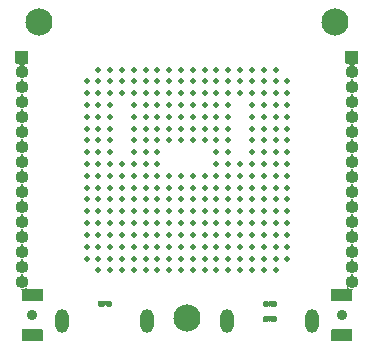
<source format=gbr>
G04 #@! TF.GenerationSoftware,KiCad,Pcbnew,5.1.7-a382d34a8~87~ubuntu18.04.1*
G04 #@! TF.CreationDate,2020-10-22T16:40:06+03:00*
G04 #@! TF.ProjectId,FreeSmart157AAC_29mm_module,46726565-536d-4617-9274-313537414143,rev?*
G04 #@! TF.SameCoordinates,Original*
G04 #@! TF.FileFunction,Soldermask,Top*
G04 #@! TF.FilePolarity,Negative*
%FSLAX46Y46*%
G04 Gerber Fmt 4.6, Leading zero omitted, Abs format (unit mm)*
G04 Created by KiCad (PCBNEW 5.1.7-a382d34a8~87~ubuntu18.04.1) date 2020-10-22 16:40:06*
%MOMM*%
%LPD*%
G01*
G04 APERTURE LIST*
%ADD10C,0.902000*%
%ADD11C,0.502000*%
%ADD12O,1.152000X2.002000*%
%ADD13O,1.102000X1.102000*%
%ADD14C,2.302000*%
%ADD15C,0.100000*%
G04 APERTURE END LIST*
D10*
X13100000Y-12300000D03*
X-13100000Y-12300000D03*
X13100000Y-12300000D03*
G36*
G01*
X13950000Y-11101000D02*
X12250000Y-11101000D01*
G75*
G02*
X12199000Y-11050000I0J51000D01*
G01*
X12199000Y-10150000D01*
G75*
G02*
X12250000Y-10099000I51000J0D01*
G01*
X13950000Y-10099000D01*
G75*
G02*
X14001000Y-10150000I0J-51000D01*
G01*
X14001000Y-11050000D01*
G75*
G02*
X13950000Y-11101000I-51000J0D01*
G01*
G37*
G36*
G01*
X13950000Y-14501000D02*
X12250000Y-14501000D01*
G75*
G02*
X12199000Y-14450000I0J51000D01*
G01*
X12199000Y-13550000D01*
G75*
G02*
X12250000Y-13499000I51000J0D01*
G01*
X13950000Y-13499000D01*
G75*
G02*
X14001000Y-13550000I0J-51000D01*
G01*
X14001000Y-14450000D01*
G75*
G02*
X13950000Y-14501000I-51000J0D01*
G01*
G37*
X-13100000Y-12300000D03*
G36*
G01*
X-12250000Y-11101000D02*
X-13950000Y-11101000D01*
G75*
G02*
X-14001000Y-11050000I0J51000D01*
G01*
X-14001000Y-10150000D01*
G75*
G02*
X-13950000Y-10099000I51000J0D01*
G01*
X-12250000Y-10099000D01*
G75*
G02*
X-12199000Y-10150000I0J-51000D01*
G01*
X-12199000Y-11050000D01*
G75*
G02*
X-12250000Y-11101000I-51000J0D01*
G01*
G37*
G36*
G01*
X-12250000Y-14501000D02*
X-13950000Y-14501000D01*
G75*
G02*
X-14001000Y-14450000I0J51000D01*
G01*
X-14001000Y-13550000D01*
G75*
G02*
X-13950000Y-13499000I51000J0D01*
G01*
X-12250000Y-13499000D01*
G75*
G02*
X-12199000Y-13550000I0J-51000D01*
G01*
X-12199000Y-14450000D01*
G75*
G02*
X-12250000Y-14501000I-51000J0D01*
G01*
G37*
D11*
X-7500000Y-8500000D03*
X-6500000Y-8500000D03*
X-5500000Y-8500000D03*
X-4500000Y-8500000D03*
X-3500000Y-8500000D03*
X-2500000Y-8500000D03*
X-1500000Y-8500000D03*
X-500000Y-8500000D03*
X500000Y-8500000D03*
X1500000Y-8500000D03*
X2500000Y-8500000D03*
X3500000Y-8500000D03*
X4500000Y-8500000D03*
X5500000Y-8500000D03*
X6500000Y-8500000D03*
X7500000Y-8500000D03*
X-8500000Y-7500000D03*
X-7500000Y-7500000D03*
X-6500000Y-7500000D03*
X-5500000Y-7500000D03*
X-4500000Y-7500000D03*
X-3500000Y-7500000D03*
X-2500000Y-7500000D03*
X-1500000Y-7500000D03*
X-500000Y-7500000D03*
X500000Y-7500000D03*
X1500000Y-7500000D03*
X2500000Y-7500000D03*
X3500000Y-7500000D03*
X4500000Y-7500000D03*
X5500000Y-7500000D03*
X6500000Y-7500000D03*
X7500000Y-7500000D03*
X8500000Y-7500000D03*
X-8500000Y-6500000D03*
X-7500000Y-6500000D03*
X-6500000Y-6500000D03*
X-5500000Y-6500000D03*
X-4500000Y-6500000D03*
X-3500000Y-6500000D03*
X-2500000Y-6500000D03*
X-1500000Y-6500000D03*
X-500000Y-6500000D03*
X500000Y-6500000D03*
X1500000Y-6500000D03*
X2500000Y-6500000D03*
X3500000Y-6500000D03*
X4500000Y-6500000D03*
X5500000Y-6500000D03*
X6500000Y-6500000D03*
X7500000Y-6500000D03*
X8500000Y-6500000D03*
X-8500000Y-5500000D03*
X-7500000Y-5500000D03*
X-6500000Y-5500000D03*
X-5500000Y-5500000D03*
X-4500000Y-5500000D03*
X-3500000Y-5500000D03*
X-2500000Y-5500000D03*
X-1500000Y-5500000D03*
X-500000Y-5500000D03*
X500000Y-5500000D03*
X1500000Y-5500000D03*
X2500000Y-5500000D03*
X3500000Y-5500000D03*
X4500000Y-5500000D03*
X5500000Y-5500000D03*
X6500000Y-5500000D03*
X7500000Y-5500000D03*
X8500000Y-5500000D03*
X-8500000Y-4500000D03*
X-7500000Y-4500000D03*
X-6500000Y-4500000D03*
X-5500000Y-4500000D03*
X-4500000Y-4500000D03*
X-3500000Y-4500000D03*
X-2500000Y-4500000D03*
X-1500000Y-4500000D03*
X-500000Y-4500000D03*
X500000Y-4500000D03*
X1500000Y-4500000D03*
X2500000Y-4500000D03*
X3500000Y-4500000D03*
X4500000Y-4500000D03*
X5500000Y-4500000D03*
X6500000Y-4500000D03*
X7500000Y-4500000D03*
X8500000Y-4500000D03*
X-8500000Y-3500000D03*
X-7500000Y-3500000D03*
X-6500000Y-3500000D03*
X-5500000Y-3500000D03*
X-4500000Y-3500000D03*
X-3500000Y-3500000D03*
X-2500000Y-3500000D03*
X-1500000Y-3500000D03*
X-500000Y-3500000D03*
X500000Y-3500000D03*
X1500000Y-3500000D03*
X2500000Y-3500000D03*
X3500000Y-3500000D03*
X4500000Y-3500000D03*
X5500000Y-3500000D03*
X6500000Y-3500000D03*
X7500000Y-3500000D03*
X8500000Y-3500000D03*
X-8500000Y-2500000D03*
X-7500000Y-2500000D03*
X-6500000Y-2500000D03*
X-5500000Y-2500000D03*
X-4500000Y-2500000D03*
X-3500000Y-2500000D03*
X-2500000Y-2500000D03*
X-1500000Y-2500000D03*
X-500000Y-2500000D03*
X500000Y-2500000D03*
X1500000Y-2500000D03*
X2500000Y-2500000D03*
X3500000Y-2500000D03*
X4500000Y-2500000D03*
X5500000Y-2500000D03*
X6500000Y-2500000D03*
X7500000Y-2500000D03*
X8500000Y-2500000D03*
X-8500000Y-1500000D03*
X-7500000Y-1500000D03*
X-6500000Y-1500000D03*
X-5500000Y-1500000D03*
X-4500000Y-1500000D03*
X-3500000Y-1500000D03*
X-2500000Y-1500000D03*
X-1500000Y-1500000D03*
X-500000Y-1500000D03*
X500000Y-1500000D03*
X1500000Y-1500000D03*
X2500000Y-1500000D03*
X3500000Y-1500000D03*
X4500000Y-1500000D03*
X5500000Y-1500000D03*
X6500000Y-1500000D03*
X7500000Y-1500000D03*
X8500000Y-1500000D03*
X-8500000Y-500000D03*
X-7500000Y-500000D03*
X-6500000Y-500000D03*
X-5500000Y-500000D03*
X-4500000Y-500000D03*
X-3500000Y-500000D03*
X-2500000Y-500000D03*
X-1500000Y-500000D03*
X-500000Y-500000D03*
X500000Y-500000D03*
X1500000Y-500000D03*
X2500000Y-500000D03*
X3500000Y-500000D03*
X4500000Y-500000D03*
X5500000Y-500000D03*
X6500000Y-500000D03*
X7500000Y-500000D03*
X8500000Y-500000D03*
X-8500000Y500000D03*
X-7500000Y500000D03*
X-6500000Y500000D03*
X-5500000Y500000D03*
X-4500000Y500000D03*
X-3500000Y500000D03*
X-2500000Y500000D03*
X2500000Y500000D03*
X3500000Y500000D03*
X4500000Y500000D03*
X5500000Y500000D03*
X6500000Y500000D03*
X7500000Y500000D03*
X8500000Y500000D03*
X-8500000Y1500000D03*
X-7500000Y1500000D03*
X-6500000Y1500000D03*
X-4500000Y1500000D03*
X-3500000Y1500000D03*
X-2500000Y1500000D03*
X2500000Y1500000D03*
X3500000Y1500000D03*
X5500000Y1500000D03*
X6500000Y1500000D03*
X7500000Y1500000D03*
X8500000Y1500000D03*
X-8500000Y2500000D03*
X-7500000Y2500000D03*
X-6500000Y2500000D03*
X-4500000Y2500000D03*
X-3500000Y2500000D03*
X-2500000Y2500000D03*
X-1500000Y2500000D03*
X-500000Y2500000D03*
X500000Y2500000D03*
X1500000Y2500000D03*
X2500000Y2500000D03*
X3500000Y2500000D03*
X5500000Y2500000D03*
X6500000Y2500000D03*
X7500000Y2500000D03*
X8500000Y2500000D03*
X-8500000Y3500000D03*
X-7500000Y3500000D03*
X-6500000Y3500000D03*
X-4500000Y3500000D03*
X-3500000Y3500000D03*
X-2500000Y3500000D03*
X-1500000Y3500000D03*
X-500000Y3500000D03*
X500000Y3500000D03*
X1500000Y3500000D03*
X2500000Y3500000D03*
X3500000Y3500000D03*
X5500000Y3500000D03*
X6500000Y3500000D03*
X7500000Y3500000D03*
X8500000Y3500000D03*
X-8500000Y4500000D03*
X-7500000Y4500000D03*
X-6500000Y4500000D03*
X-4500000Y4500000D03*
X-3500000Y4500000D03*
X-2500000Y4500000D03*
X-1500000Y4500000D03*
X-500000Y4500000D03*
X500000Y4500000D03*
X1500000Y4500000D03*
X2500000Y4500000D03*
X3500000Y4500000D03*
X5500000Y4500000D03*
X6500000Y4500000D03*
X7500000Y4500000D03*
X8500000Y4500000D03*
X-8500000Y5500000D03*
X-7500000Y5500000D03*
X-6500000Y5500000D03*
X-4500000Y5500000D03*
X-3500000Y5500000D03*
X-2500000Y5500000D03*
X-1500000Y5500000D03*
X-500000Y5500000D03*
X500000Y5500000D03*
X1500000Y5500000D03*
X2500000Y5500000D03*
X3500000Y5500000D03*
X5500000Y5500000D03*
X6500000Y5500000D03*
X7500000Y5500000D03*
X8500000Y5500000D03*
X-8500000Y6500000D03*
X-7500000Y6500000D03*
X-6500000Y6500000D03*
X-5500000Y6500000D03*
X-4500000Y6500000D03*
X-3500000Y6500000D03*
X-2500000Y6500000D03*
X-1500000Y6500000D03*
X-500000Y6500000D03*
X500000Y6500000D03*
X1500000Y6500000D03*
X2500000Y6500000D03*
X3500000Y6500000D03*
X4500000Y6500000D03*
X5500000Y6500000D03*
X6500000Y6500000D03*
X7500000Y6500000D03*
X8500000Y6500000D03*
X-8500000Y7500000D03*
X-7500000Y7500000D03*
X-6500000Y7500000D03*
X-5500000Y7500000D03*
X-4500000Y7500000D03*
X-3500000Y7500000D03*
X-2500000Y7500000D03*
X-1500000Y7500000D03*
X-500000Y7500000D03*
X500000Y7500000D03*
X1500000Y7500000D03*
X2500000Y7500000D03*
X3500000Y7500000D03*
X4500000Y7500000D03*
X5500000Y7500000D03*
X6500000Y7500000D03*
X7500000Y7500000D03*
X8500000Y7500000D03*
X-7500000Y8500000D03*
X-6500000Y8500000D03*
X-5500000Y8500000D03*
X-4500000Y8500000D03*
X-3500000Y8500000D03*
X-2500000Y8500000D03*
X-1500000Y8500000D03*
X-500000Y8500000D03*
X500000Y8500000D03*
X1500000Y8500000D03*
X2500000Y8500000D03*
X3500000Y8500000D03*
X4500000Y8500000D03*
X5500000Y8500000D03*
X6500000Y8500000D03*
X7500000Y8500000D03*
G36*
G01*
X7601000Y-11224500D02*
X7601000Y-11475500D01*
G75*
G02*
X7475500Y-11601000I-125500J0D01*
G01*
X7164500Y-11601000D01*
G75*
G02*
X7039000Y-11475500I0J125500D01*
G01*
X7039000Y-11224500D01*
G75*
G02*
X7164500Y-11099000I125500J0D01*
G01*
X7475500Y-11099000D01*
G75*
G02*
X7601000Y-11224500I0J-125500D01*
G01*
G37*
G36*
G01*
X6961000Y-11224500D02*
X6961000Y-11475500D01*
G75*
G02*
X6835500Y-11601000I-125500J0D01*
G01*
X6524500Y-11601000D01*
G75*
G02*
X6399000Y-11475500I0J125500D01*
G01*
X6399000Y-11224500D01*
G75*
G02*
X6524500Y-11099000I125500J0D01*
G01*
X6835500Y-11099000D01*
G75*
G02*
X6961000Y-11224500I0J-125500D01*
G01*
G37*
G36*
G01*
X-6349000Y-11194500D02*
X-6349000Y-11445500D01*
G75*
G02*
X-6474500Y-11571000I-125500J0D01*
G01*
X-6785500Y-11571000D01*
G75*
G02*
X-6911000Y-11445500I0J125500D01*
G01*
X-6911000Y-11194500D01*
G75*
G02*
X-6785500Y-11069000I125500J0D01*
G01*
X-6474500Y-11069000D01*
G75*
G02*
X-6349000Y-11194500I0J-125500D01*
G01*
G37*
G36*
G01*
X-6989000Y-11194500D02*
X-6989000Y-11445500D01*
G75*
G02*
X-7114500Y-11571000I-125500J0D01*
G01*
X-7425500Y-11571000D01*
G75*
G02*
X-7551000Y-11445500I0J125500D01*
G01*
X-7551000Y-11194500D01*
G75*
G02*
X-7425500Y-11069000I125500J0D01*
G01*
X-7114500Y-11069000D01*
G75*
G02*
X-6989000Y-11194500I0J-125500D01*
G01*
G37*
G36*
G01*
X7601000Y-12504500D02*
X7601000Y-12755500D01*
G75*
G02*
X7475500Y-12881000I-125500J0D01*
G01*
X7164500Y-12881000D01*
G75*
G02*
X7039000Y-12755500I0J125500D01*
G01*
X7039000Y-12504500D01*
G75*
G02*
X7164500Y-12379000I125500J0D01*
G01*
X7475500Y-12379000D01*
G75*
G02*
X7601000Y-12504500I0J-125500D01*
G01*
G37*
G36*
G01*
X6961000Y-12504500D02*
X6961000Y-12755500D01*
G75*
G02*
X6835500Y-12881000I-125500J0D01*
G01*
X6524500Y-12881000D01*
G75*
G02*
X6399000Y-12755500I0J125500D01*
G01*
X6399000Y-12504500D01*
G75*
G02*
X6524500Y-12379000I125500J0D01*
G01*
X6835500Y-12379000D01*
G75*
G02*
X6961000Y-12504500I0J-125500D01*
G01*
G37*
D12*
X-10560000Y-12757000D03*
X-3410000Y-12757000D03*
G36*
G01*
X13419000Y9025000D02*
X13419000Y10025000D01*
G75*
G02*
X13470000Y10076000I51000J0D01*
G01*
X14470000Y10076000D01*
G75*
G02*
X14521000Y10025000I0J-51000D01*
G01*
X14521000Y9025000D01*
G75*
G02*
X14470000Y8974000I-51000J0D01*
G01*
X13470000Y8974000D01*
G75*
G02*
X13419000Y9025000I0J51000D01*
G01*
G37*
D13*
X13970000Y8255000D03*
X13970000Y6985000D03*
X13970000Y5715000D03*
X13970000Y4445000D03*
X13970000Y3175000D03*
X13970000Y1905000D03*
X13970000Y635000D03*
X13970000Y-635000D03*
X13970000Y-1905000D03*
X13970000Y-3175000D03*
X13970000Y-4445000D03*
X13970000Y-5715000D03*
X13970000Y-6985000D03*
X13970000Y-8255000D03*
X13970000Y-9525000D03*
X-13970000Y-9525000D03*
X-13970000Y-8255000D03*
X-13970000Y-6985000D03*
X-13970000Y-5715000D03*
X-13970000Y-4445000D03*
X-13970000Y-3175000D03*
X-13970000Y-1905000D03*
X-13970000Y-635000D03*
X-13970000Y635000D03*
X-13970000Y1905000D03*
X-13970000Y3175000D03*
X-13970000Y4445000D03*
X-13970000Y5715000D03*
X-13970000Y6985000D03*
X-13970000Y8255000D03*
G36*
G01*
X-14521000Y9025000D02*
X-14521000Y10025000D01*
G75*
G02*
X-14470000Y10076000I51000J0D01*
G01*
X-13470000Y10076000D01*
G75*
G02*
X-13419000Y10025000I0J-51000D01*
G01*
X-13419000Y9025000D01*
G75*
G02*
X-13470000Y8974000I-51000J0D01*
G01*
X-14470000Y8974000D01*
G75*
G02*
X-14521000Y9025000I0J51000D01*
G01*
G37*
D14*
X12500000Y12500000D03*
X-12500000Y12500000D03*
X0Y-12500000D03*
D12*
X10560000Y-12757000D03*
X3410000Y-12757000D03*
D15*
G36*
X6892058Y-12377010D02*
G01*
X6910366Y-12378813D01*
X6910751Y-12378889D01*
X6922458Y-12382441D01*
X6922820Y-12382591D01*
X6941935Y-12392807D01*
X6964298Y-12402070D01*
X6987948Y-12406774D01*
X7012054Y-12406774D01*
X7035704Y-12402069D01*
X7058065Y-12392807D01*
X7077180Y-12382591D01*
X7077542Y-12382441D01*
X7089249Y-12378889D01*
X7089634Y-12378813D01*
X7107942Y-12377010D01*
X7108138Y-12377000D01*
X7164500Y-12377000D01*
X7166232Y-12378000D01*
X7166232Y-12380000D01*
X7164696Y-12380990D01*
X7140411Y-12383381D01*
X7117242Y-12390410D01*
X7095892Y-12401822D01*
X7077179Y-12417179D01*
X7061822Y-12435892D01*
X7050410Y-12457242D01*
X7043381Y-12480411D01*
X7041000Y-12504594D01*
X7041000Y-12755406D01*
X7043381Y-12779589D01*
X7050410Y-12802758D01*
X7061822Y-12824108D01*
X7077179Y-12842821D01*
X7095892Y-12858178D01*
X7117242Y-12869590D01*
X7140411Y-12876619D01*
X7164696Y-12879010D01*
X7166322Y-12880175D01*
X7166126Y-12882165D01*
X7164500Y-12883000D01*
X7108138Y-12883000D01*
X7107942Y-12882990D01*
X7089634Y-12881187D01*
X7089249Y-12881111D01*
X7077542Y-12877559D01*
X7077180Y-12877409D01*
X7058065Y-12867193D01*
X7035702Y-12857930D01*
X7012052Y-12853226D01*
X6987946Y-12853226D01*
X6964296Y-12857931D01*
X6941935Y-12867193D01*
X6922820Y-12877409D01*
X6922458Y-12877559D01*
X6910751Y-12881111D01*
X6910366Y-12881187D01*
X6892058Y-12882990D01*
X6891862Y-12883000D01*
X6835500Y-12883000D01*
X6833768Y-12882000D01*
X6833768Y-12880000D01*
X6835304Y-12879010D01*
X6859589Y-12876619D01*
X6882758Y-12869590D01*
X6904108Y-12858178D01*
X6922821Y-12842821D01*
X6938178Y-12824108D01*
X6949590Y-12802758D01*
X6956619Y-12779589D01*
X6959000Y-12755406D01*
X6959000Y-12504594D01*
X6956619Y-12480411D01*
X6949590Y-12457242D01*
X6938178Y-12435892D01*
X6922821Y-12417179D01*
X6904108Y-12401822D01*
X6882758Y-12390410D01*
X6859589Y-12383381D01*
X6835304Y-12380990D01*
X6833678Y-12379825D01*
X6833874Y-12377835D01*
X6835500Y-12377000D01*
X6891862Y-12377000D01*
X6892058Y-12377010D01*
G37*
G36*
X6892058Y-11097010D02*
G01*
X6910366Y-11098813D01*
X6910751Y-11098889D01*
X6922458Y-11102441D01*
X6922820Y-11102591D01*
X6941935Y-11112807D01*
X6964298Y-11122070D01*
X6987948Y-11126774D01*
X7012054Y-11126774D01*
X7035704Y-11122069D01*
X7058065Y-11112807D01*
X7077180Y-11102591D01*
X7077542Y-11102441D01*
X7089249Y-11098889D01*
X7089634Y-11098813D01*
X7107942Y-11097010D01*
X7108138Y-11097000D01*
X7164500Y-11097000D01*
X7166232Y-11098000D01*
X7166232Y-11100000D01*
X7164696Y-11100990D01*
X7140411Y-11103381D01*
X7117242Y-11110410D01*
X7095892Y-11121822D01*
X7077179Y-11137179D01*
X7061822Y-11155892D01*
X7050410Y-11177242D01*
X7043381Y-11200411D01*
X7041000Y-11224594D01*
X7041000Y-11475406D01*
X7043381Y-11499589D01*
X7050410Y-11522758D01*
X7061822Y-11544108D01*
X7077179Y-11562821D01*
X7095892Y-11578178D01*
X7117242Y-11589590D01*
X7140411Y-11596619D01*
X7164696Y-11599010D01*
X7166322Y-11600175D01*
X7166126Y-11602165D01*
X7164500Y-11603000D01*
X7108138Y-11603000D01*
X7107942Y-11602990D01*
X7089634Y-11601187D01*
X7089249Y-11601111D01*
X7077542Y-11597559D01*
X7077180Y-11597409D01*
X7058065Y-11587193D01*
X7035702Y-11577930D01*
X7012052Y-11573226D01*
X6987946Y-11573226D01*
X6964296Y-11577931D01*
X6941935Y-11587193D01*
X6922820Y-11597409D01*
X6922458Y-11597559D01*
X6910751Y-11601111D01*
X6910366Y-11601187D01*
X6892058Y-11602990D01*
X6891862Y-11603000D01*
X6835500Y-11603000D01*
X6833768Y-11602000D01*
X6833768Y-11600000D01*
X6835304Y-11599010D01*
X6859589Y-11596619D01*
X6882758Y-11589590D01*
X6904108Y-11578178D01*
X6922821Y-11562821D01*
X6938178Y-11544108D01*
X6949590Y-11522758D01*
X6956619Y-11499589D01*
X6959000Y-11475406D01*
X6959000Y-11224594D01*
X6956619Y-11200411D01*
X6949590Y-11177242D01*
X6938178Y-11155892D01*
X6922821Y-11137179D01*
X6904108Y-11121822D01*
X6882758Y-11110410D01*
X6859589Y-11103381D01*
X6835304Y-11100990D01*
X6833678Y-11099825D01*
X6833874Y-11097835D01*
X6835500Y-11097000D01*
X6891862Y-11097000D01*
X6892058Y-11097010D01*
G37*
G36*
X-7057942Y-11067010D02*
G01*
X-7039634Y-11068813D01*
X-7039249Y-11068889D01*
X-7027542Y-11072441D01*
X-7027180Y-11072591D01*
X-7008065Y-11082807D01*
X-6985702Y-11092070D01*
X-6962052Y-11096774D01*
X-6937946Y-11096774D01*
X-6914296Y-11092069D01*
X-6891935Y-11082807D01*
X-6872820Y-11072591D01*
X-6872458Y-11072441D01*
X-6860751Y-11068889D01*
X-6860366Y-11068813D01*
X-6842058Y-11067010D01*
X-6841862Y-11067000D01*
X-6785500Y-11067000D01*
X-6783768Y-11068000D01*
X-6783768Y-11070000D01*
X-6785304Y-11070990D01*
X-6809589Y-11073381D01*
X-6832758Y-11080410D01*
X-6854108Y-11091822D01*
X-6872821Y-11107179D01*
X-6888178Y-11125892D01*
X-6899590Y-11147242D01*
X-6906619Y-11170411D01*
X-6909000Y-11194594D01*
X-6909000Y-11445406D01*
X-6906619Y-11469589D01*
X-6899590Y-11492758D01*
X-6888178Y-11514108D01*
X-6872821Y-11532821D01*
X-6854108Y-11548178D01*
X-6832758Y-11559590D01*
X-6809589Y-11566619D01*
X-6785304Y-11569010D01*
X-6783678Y-11570175D01*
X-6783874Y-11572165D01*
X-6785500Y-11573000D01*
X-6841862Y-11573000D01*
X-6842058Y-11572990D01*
X-6860366Y-11571187D01*
X-6860751Y-11571111D01*
X-6872458Y-11567559D01*
X-6872820Y-11567409D01*
X-6891935Y-11557193D01*
X-6914298Y-11547930D01*
X-6937948Y-11543226D01*
X-6962054Y-11543226D01*
X-6985704Y-11547931D01*
X-7008065Y-11557193D01*
X-7027180Y-11567409D01*
X-7027542Y-11567559D01*
X-7039249Y-11571111D01*
X-7039634Y-11571187D01*
X-7057942Y-11572990D01*
X-7058138Y-11573000D01*
X-7114500Y-11573000D01*
X-7116232Y-11572000D01*
X-7116232Y-11570000D01*
X-7114696Y-11569010D01*
X-7090411Y-11566619D01*
X-7067242Y-11559590D01*
X-7045892Y-11548178D01*
X-7027179Y-11532821D01*
X-7011822Y-11514108D01*
X-7000410Y-11492758D01*
X-6993381Y-11469589D01*
X-6991000Y-11445406D01*
X-6991000Y-11194594D01*
X-6993381Y-11170411D01*
X-7000410Y-11147242D01*
X-7011822Y-11125892D01*
X-7027179Y-11107179D01*
X-7045892Y-11091822D01*
X-7067242Y-11080410D01*
X-7090411Y-11073381D01*
X-7114696Y-11070990D01*
X-7116322Y-11069825D01*
X-7116126Y-11067835D01*
X-7114500Y-11067000D01*
X-7058138Y-11067000D01*
X-7057942Y-11067010D01*
G37*
G36*
X13561303Y-9888955D02*
G01*
X13621723Y-9949375D01*
X13711207Y-10009166D01*
X13810635Y-10050350D01*
X13916192Y-10071347D01*
X14023808Y-10071347D01*
X14095350Y-10057116D01*
X14097244Y-10057759D01*
X14097634Y-10059721D01*
X14096321Y-10060992D01*
X14078933Y-10066267D01*
X14057669Y-10077632D01*
X14039032Y-10092928D01*
X14023737Y-10111565D01*
X14012372Y-10132828D01*
X14005372Y-10155903D01*
X14002990Y-10180090D01*
X14001825Y-10181716D01*
X13999835Y-10181520D01*
X13999000Y-10179894D01*
X13999000Y-10101000D01*
X13467598Y-10101000D01*
X13465866Y-10100000D01*
X13465866Y-10098000D01*
X13467402Y-10097010D01*
X13491589Y-10094628D01*
X13514664Y-10087628D01*
X13535928Y-10076263D01*
X13554565Y-10060968D01*
X13569860Y-10042331D01*
X13581225Y-10021067D01*
X13588225Y-9997992D01*
X13590588Y-9974001D01*
X13588225Y-9950010D01*
X13581225Y-9926935D01*
X13569860Y-9905671D01*
X13558343Y-9891638D01*
X13558017Y-9889664D01*
X13559563Y-9888396D01*
X13561303Y-9888955D01*
G37*
G36*
X-13557957Y-9889851D02*
G01*
X-13558343Y-9891638D01*
X-13569860Y-9905671D01*
X-13581225Y-9926935D01*
X-13588225Y-9950010D01*
X-13590588Y-9974001D01*
X-13588225Y-9997992D01*
X-13581225Y-10021067D01*
X-13569860Y-10042331D01*
X-13554565Y-10060968D01*
X-13535928Y-10076263D01*
X-13514664Y-10087628D01*
X-13491589Y-10094628D01*
X-13467402Y-10097010D01*
X-13465776Y-10098175D01*
X-13465972Y-10100165D01*
X-13467598Y-10101000D01*
X-13999000Y-10101000D01*
X-13999000Y-10179894D01*
X-14000000Y-10181626D01*
X-14002000Y-10181626D01*
X-14002990Y-10180090D01*
X-14005372Y-10155903D01*
X-14012372Y-10132828D01*
X-14023737Y-10111564D01*
X-14039032Y-10092927D01*
X-14057669Y-10077632D01*
X-14078933Y-10066267D01*
X-14096321Y-10060992D01*
X-14097688Y-10059532D01*
X-14097107Y-10057618D01*
X-14095350Y-10057116D01*
X-14023808Y-10071347D01*
X-13916192Y-10071347D01*
X-13810635Y-10050350D01*
X-13711207Y-10009166D01*
X-13621723Y-9949375D01*
X-13561303Y-9888955D01*
X-13559371Y-9888437D01*
X-13557957Y-9889851D01*
G37*
G36*
X14142906Y-8775824D02*
G01*
X14143671Y-8777672D01*
X14142631Y-8779175D01*
X14126609Y-8787738D01*
X14107972Y-8803033D01*
X14092677Y-8821670D01*
X14081312Y-8842934D01*
X14074312Y-8866009D01*
X14071949Y-8890000D01*
X14074312Y-8913991D01*
X14081312Y-8937066D01*
X14092677Y-8958330D01*
X14107972Y-8976967D01*
X14126609Y-8992262D01*
X14142631Y-9000825D01*
X14143687Y-9002524D01*
X14142744Y-9004287D01*
X14140923Y-9004437D01*
X14129365Y-8999650D01*
X14023808Y-8978653D01*
X13916192Y-8978653D01*
X13810635Y-8999650D01*
X13799077Y-9004437D01*
X13797094Y-9004176D01*
X13796329Y-9002328D01*
X13797369Y-9000825D01*
X13813391Y-8992262D01*
X13832028Y-8976967D01*
X13847323Y-8958330D01*
X13858688Y-8937066D01*
X13865688Y-8913991D01*
X13868051Y-8890000D01*
X13865688Y-8866009D01*
X13858688Y-8842934D01*
X13847323Y-8821670D01*
X13832028Y-8803033D01*
X13813391Y-8787738D01*
X13797369Y-8779175D01*
X13796313Y-8777476D01*
X13797256Y-8775713D01*
X13799077Y-8775563D01*
X13810635Y-8780350D01*
X13916192Y-8801347D01*
X14023808Y-8801347D01*
X14129365Y-8780350D01*
X14140923Y-8775563D01*
X14142906Y-8775824D01*
G37*
G36*
X-13797094Y-8775824D02*
G01*
X-13796329Y-8777672D01*
X-13797369Y-8779175D01*
X-13813391Y-8787738D01*
X-13832028Y-8803033D01*
X-13847323Y-8821670D01*
X-13858688Y-8842934D01*
X-13865688Y-8866009D01*
X-13868051Y-8890000D01*
X-13865688Y-8913991D01*
X-13858688Y-8937066D01*
X-13847323Y-8958330D01*
X-13832028Y-8976967D01*
X-13813391Y-8992262D01*
X-13797369Y-9000825D01*
X-13796313Y-9002524D01*
X-13797256Y-9004287D01*
X-13799077Y-9004437D01*
X-13810635Y-8999650D01*
X-13916192Y-8978653D01*
X-14023808Y-8978653D01*
X-14129365Y-8999650D01*
X-14140923Y-9004437D01*
X-14142906Y-9004176D01*
X-14143671Y-9002328D01*
X-14142631Y-9000825D01*
X-14126609Y-8992262D01*
X-14107972Y-8976967D01*
X-14092677Y-8958330D01*
X-14081312Y-8937066D01*
X-14074312Y-8913991D01*
X-14071949Y-8890000D01*
X-14074312Y-8866009D01*
X-14081312Y-8842934D01*
X-14092677Y-8821670D01*
X-14107972Y-8803033D01*
X-14126609Y-8787738D01*
X-14142631Y-8779175D01*
X-14143687Y-8777476D01*
X-14142744Y-8775713D01*
X-14140923Y-8775563D01*
X-14129365Y-8780350D01*
X-14023808Y-8801347D01*
X-13916192Y-8801347D01*
X-13810635Y-8780350D01*
X-13799077Y-8775563D01*
X-13797094Y-8775824D01*
G37*
G36*
X14142906Y-7505824D02*
G01*
X14143671Y-7507672D01*
X14142631Y-7509175D01*
X14126609Y-7517738D01*
X14107972Y-7533033D01*
X14092677Y-7551670D01*
X14081312Y-7572934D01*
X14074312Y-7596009D01*
X14071949Y-7620000D01*
X14074312Y-7643991D01*
X14081312Y-7667066D01*
X14092677Y-7688330D01*
X14107972Y-7706967D01*
X14126609Y-7722262D01*
X14142631Y-7730825D01*
X14143687Y-7732524D01*
X14142744Y-7734287D01*
X14140923Y-7734437D01*
X14129365Y-7729650D01*
X14023808Y-7708653D01*
X13916192Y-7708653D01*
X13810635Y-7729650D01*
X13799077Y-7734437D01*
X13797094Y-7734176D01*
X13796329Y-7732328D01*
X13797369Y-7730825D01*
X13813391Y-7722262D01*
X13832028Y-7706967D01*
X13847323Y-7688330D01*
X13858688Y-7667066D01*
X13865688Y-7643991D01*
X13868051Y-7620000D01*
X13865688Y-7596009D01*
X13858688Y-7572934D01*
X13847323Y-7551670D01*
X13832028Y-7533033D01*
X13813391Y-7517738D01*
X13797369Y-7509175D01*
X13796313Y-7507476D01*
X13797256Y-7505713D01*
X13799077Y-7505563D01*
X13810635Y-7510350D01*
X13916192Y-7531347D01*
X14023808Y-7531347D01*
X14129365Y-7510350D01*
X14140923Y-7505563D01*
X14142906Y-7505824D01*
G37*
G36*
X-13797094Y-7505824D02*
G01*
X-13796329Y-7507672D01*
X-13797369Y-7509175D01*
X-13813391Y-7517738D01*
X-13832028Y-7533033D01*
X-13847323Y-7551670D01*
X-13858688Y-7572934D01*
X-13865688Y-7596009D01*
X-13868051Y-7620000D01*
X-13865688Y-7643991D01*
X-13858688Y-7667066D01*
X-13847323Y-7688330D01*
X-13832028Y-7706967D01*
X-13813391Y-7722262D01*
X-13797369Y-7730825D01*
X-13796313Y-7732524D01*
X-13797256Y-7734287D01*
X-13799077Y-7734437D01*
X-13810635Y-7729650D01*
X-13916192Y-7708653D01*
X-14023808Y-7708653D01*
X-14129365Y-7729650D01*
X-14140923Y-7734437D01*
X-14142906Y-7734176D01*
X-14143671Y-7732328D01*
X-14142631Y-7730825D01*
X-14126609Y-7722262D01*
X-14107972Y-7706967D01*
X-14092677Y-7688330D01*
X-14081312Y-7667066D01*
X-14074312Y-7643991D01*
X-14071949Y-7620000D01*
X-14074312Y-7596009D01*
X-14081312Y-7572934D01*
X-14092677Y-7551670D01*
X-14107972Y-7533033D01*
X-14126609Y-7517738D01*
X-14142631Y-7509175D01*
X-14143687Y-7507476D01*
X-14142744Y-7505713D01*
X-14140923Y-7505563D01*
X-14129365Y-7510350D01*
X-14023808Y-7531347D01*
X-13916192Y-7531347D01*
X-13810635Y-7510350D01*
X-13799077Y-7505563D01*
X-13797094Y-7505824D01*
G37*
G36*
X14142906Y-6235824D02*
G01*
X14143671Y-6237672D01*
X14142631Y-6239175D01*
X14126609Y-6247738D01*
X14107972Y-6263033D01*
X14092677Y-6281670D01*
X14081312Y-6302934D01*
X14074312Y-6326009D01*
X14071949Y-6350000D01*
X14074312Y-6373991D01*
X14081312Y-6397066D01*
X14092677Y-6418330D01*
X14107972Y-6436967D01*
X14126609Y-6452262D01*
X14142631Y-6460825D01*
X14143687Y-6462524D01*
X14142744Y-6464287D01*
X14140923Y-6464437D01*
X14129365Y-6459650D01*
X14023808Y-6438653D01*
X13916192Y-6438653D01*
X13810635Y-6459650D01*
X13799077Y-6464437D01*
X13797094Y-6464176D01*
X13796329Y-6462328D01*
X13797369Y-6460825D01*
X13813391Y-6452262D01*
X13832028Y-6436967D01*
X13847323Y-6418330D01*
X13858688Y-6397066D01*
X13865688Y-6373991D01*
X13868051Y-6350000D01*
X13865688Y-6326009D01*
X13858688Y-6302934D01*
X13847323Y-6281670D01*
X13832028Y-6263033D01*
X13813391Y-6247738D01*
X13797369Y-6239175D01*
X13796313Y-6237476D01*
X13797256Y-6235713D01*
X13799077Y-6235563D01*
X13810635Y-6240350D01*
X13916192Y-6261347D01*
X14023808Y-6261347D01*
X14129365Y-6240350D01*
X14140923Y-6235563D01*
X14142906Y-6235824D01*
G37*
G36*
X-13797094Y-6235824D02*
G01*
X-13796329Y-6237672D01*
X-13797369Y-6239175D01*
X-13813391Y-6247738D01*
X-13832028Y-6263033D01*
X-13847323Y-6281670D01*
X-13858688Y-6302934D01*
X-13865688Y-6326009D01*
X-13868051Y-6350000D01*
X-13865688Y-6373991D01*
X-13858688Y-6397066D01*
X-13847323Y-6418330D01*
X-13832028Y-6436967D01*
X-13813391Y-6452262D01*
X-13797369Y-6460825D01*
X-13796313Y-6462524D01*
X-13797256Y-6464287D01*
X-13799077Y-6464437D01*
X-13810635Y-6459650D01*
X-13916192Y-6438653D01*
X-14023808Y-6438653D01*
X-14129365Y-6459650D01*
X-14140923Y-6464437D01*
X-14142906Y-6464176D01*
X-14143671Y-6462328D01*
X-14142631Y-6460825D01*
X-14126609Y-6452262D01*
X-14107972Y-6436967D01*
X-14092677Y-6418330D01*
X-14081312Y-6397066D01*
X-14074312Y-6373991D01*
X-14071949Y-6350000D01*
X-14074312Y-6326009D01*
X-14081312Y-6302934D01*
X-14092677Y-6281670D01*
X-14107972Y-6263033D01*
X-14126609Y-6247738D01*
X-14142631Y-6239175D01*
X-14143687Y-6237476D01*
X-14142744Y-6235713D01*
X-14140923Y-6235563D01*
X-14129365Y-6240350D01*
X-14023808Y-6261347D01*
X-13916192Y-6261347D01*
X-13810635Y-6240350D01*
X-13799077Y-6235563D01*
X-13797094Y-6235824D01*
G37*
G36*
X14142906Y-4965824D02*
G01*
X14143671Y-4967672D01*
X14142631Y-4969175D01*
X14126609Y-4977738D01*
X14107972Y-4993033D01*
X14092677Y-5011670D01*
X14081312Y-5032934D01*
X14074312Y-5056009D01*
X14071949Y-5080000D01*
X14074312Y-5103991D01*
X14081312Y-5127066D01*
X14092677Y-5148330D01*
X14107972Y-5166967D01*
X14126609Y-5182262D01*
X14142631Y-5190825D01*
X14143687Y-5192524D01*
X14142744Y-5194287D01*
X14140923Y-5194437D01*
X14129365Y-5189650D01*
X14023808Y-5168653D01*
X13916192Y-5168653D01*
X13810635Y-5189650D01*
X13799077Y-5194437D01*
X13797094Y-5194176D01*
X13796329Y-5192328D01*
X13797369Y-5190825D01*
X13813391Y-5182262D01*
X13832028Y-5166967D01*
X13847323Y-5148330D01*
X13858688Y-5127066D01*
X13865688Y-5103991D01*
X13868051Y-5080000D01*
X13865688Y-5056009D01*
X13858688Y-5032934D01*
X13847323Y-5011670D01*
X13832028Y-4993033D01*
X13813391Y-4977738D01*
X13797369Y-4969175D01*
X13796313Y-4967476D01*
X13797256Y-4965713D01*
X13799077Y-4965563D01*
X13810635Y-4970350D01*
X13916192Y-4991347D01*
X14023808Y-4991347D01*
X14129365Y-4970350D01*
X14140923Y-4965563D01*
X14142906Y-4965824D01*
G37*
G36*
X-13797094Y-4965824D02*
G01*
X-13796329Y-4967672D01*
X-13797369Y-4969175D01*
X-13813391Y-4977738D01*
X-13832028Y-4993033D01*
X-13847323Y-5011670D01*
X-13858688Y-5032934D01*
X-13865688Y-5056009D01*
X-13868051Y-5080000D01*
X-13865688Y-5103991D01*
X-13858688Y-5127066D01*
X-13847323Y-5148330D01*
X-13832028Y-5166967D01*
X-13813391Y-5182262D01*
X-13797369Y-5190825D01*
X-13796313Y-5192524D01*
X-13797256Y-5194287D01*
X-13799077Y-5194437D01*
X-13810635Y-5189650D01*
X-13916192Y-5168653D01*
X-14023808Y-5168653D01*
X-14129365Y-5189650D01*
X-14140923Y-5194437D01*
X-14142906Y-5194176D01*
X-14143671Y-5192328D01*
X-14142631Y-5190825D01*
X-14126609Y-5182262D01*
X-14107972Y-5166967D01*
X-14092677Y-5148330D01*
X-14081312Y-5127066D01*
X-14074312Y-5103991D01*
X-14071949Y-5080000D01*
X-14074312Y-5056009D01*
X-14081312Y-5032934D01*
X-14092677Y-5011670D01*
X-14107972Y-4993033D01*
X-14126609Y-4977738D01*
X-14142631Y-4969175D01*
X-14143687Y-4967476D01*
X-14142744Y-4965713D01*
X-14140923Y-4965563D01*
X-14129365Y-4970350D01*
X-14023808Y-4991347D01*
X-13916192Y-4991347D01*
X-13810635Y-4970350D01*
X-13799077Y-4965563D01*
X-13797094Y-4965824D01*
G37*
G36*
X14142906Y-3695824D02*
G01*
X14143671Y-3697672D01*
X14142631Y-3699175D01*
X14126609Y-3707738D01*
X14107972Y-3723033D01*
X14092677Y-3741670D01*
X14081312Y-3762934D01*
X14074312Y-3786009D01*
X14071949Y-3810000D01*
X14074312Y-3833991D01*
X14081312Y-3857066D01*
X14092677Y-3878330D01*
X14107972Y-3896967D01*
X14126609Y-3912262D01*
X14142631Y-3920825D01*
X14143687Y-3922524D01*
X14142744Y-3924287D01*
X14140923Y-3924437D01*
X14129365Y-3919650D01*
X14023808Y-3898653D01*
X13916192Y-3898653D01*
X13810635Y-3919650D01*
X13799077Y-3924437D01*
X13797094Y-3924176D01*
X13796329Y-3922328D01*
X13797369Y-3920825D01*
X13813391Y-3912262D01*
X13832028Y-3896967D01*
X13847323Y-3878330D01*
X13858688Y-3857066D01*
X13865688Y-3833991D01*
X13868051Y-3810000D01*
X13865688Y-3786009D01*
X13858688Y-3762934D01*
X13847323Y-3741670D01*
X13832028Y-3723033D01*
X13813391Y-3707738D01*
X13797369Y-3699175D01*
X13796313Y-3697476D01*
X13797256Y-3695713D01*
X13799077Y-3695563D01*
X13810635Y-3700350D01*
X13916192Y-3721347D01*
X14023808Y-3721347D01*
X14129365Y-3700350D01*
X14140923Y-3695563D01*
X14142906Y-3695824D01*
G37*
G36*
X-13797094Y-3695824D02*
G01*
X-13796329Y-3697672D01*
X-13797369Y-3699175D01*
X-13813391Y-3707738D01*
X-13832028Y-3723033D01*
X-13847323Y-3741670D01*
X-13858688Y-3762934D01*
X-13865688Y-3786009D01*
X-13868051Y-3810000D01*
X-13865688Y-3833991D01*
X-13858688Y-3857066D01*
X-13847323Y-3878330D01*
X-13832028Y-3896967D01*
X-13813391Y-3912262D01*
X-13797369Y-3920825D01*
X-13796313Y-3922524D01*
X-13797256Y-3924287D01*
X-13799077Y-3924437D01*
X-13810635Y-3919650D01*
X-13916192Y-3898653D01*
X-14023808Y-3898653D01*
X-14129365Y-3919650D01*
X-14140923Y-3924437D01*
X-14142906Y-3924176D01*
X-14143671Y-3922328D01*
X-14142631Y-3920825D01*
X-14126609Y-3912262D01*
X-14107972Y-3896967D01*
X-14092677Y-3878330D01*
X-14081312Y-3857066D01*
X-14074312Y-3833991D01*
X-14071949Y-3810000D01*
X-14074312Y-3786009D01*
X-14081312Y-3762934D01*
X-14092677Y-3741670D01*
X-14107972Y-3723033D01*
X-14126609Y-3707738D01*
X-14142631Y-3699175D01*
X-14143687Y-3697476D01*
X-14142744Y-3695713D01*
X-14140923Y-3695563D01*
X-14129365Y-3700350D01*
X-14023808Y-3721347D01*
X-13916192Y-3721347D01*
X-13810635Y-3700350D01*
X-13799077Y-3695563D01*
X-13797094Y-3695824D01*
G37*
G36*
X-13797094Y-2425824D02*
G01*
X-13796329Y-2427672D01*
X-13797369Y-2429175D01*
X-13813391Y-2437738D01*
X-13832028Y-2453033D01*
X-13847323Y-2471670D01*
X-13858688Y-2492934D01*
X-13865688Y-2516009D01*
X-13868051Y-2540000D01*
X-13865688Y-2563991D01*
X-13858688Y-2587066D01*
X-13847323Y-2608330D01*
X-13832028Y-2626967D01*
X-13813391Y-2642262D01*
X-13797369Y-2650825D01*
X-13796313Y-2652524D01*
X-13797256Y-2654287D01*
X-13799077Y-2654437D01*
X-13810635Y-2649650D01*
X-13916192Y-2628653D01*
X-14023808Y-2628653D01*
X-14129365Y-2649650D01*
X-14140923Y-2654437D01*
X-14142906Y-2654176D01*
X-14143671Y-2652328D01*
X-14142631Y-2650825D01*
X-14126609Y-2642262D01*
X-14107972Y-2626967D01*
X-14092677Y-2608330D01*
X-14081312Y-2587066D01*
X-14074312Y-2563991D01*
X-14071949Y-2540000D01*
X-14074312Y-2516009D01*
X-14081312Y-2492934D01*
X-14092677Y-2471670D01*
X-14107972Y-2453033D01*
X-14126609Y-2437738D01*
X-14142631Y-2429175D01*
X-14143687Y-2427476D01*
X-14142744Y-2425713D01*
X-14140923Y-2425563D01*
X-14129365Y-2430350D01*
X-14023808Y-2451347D01*
X-13916192Y-2451347D01*
X-13810635Y-2430350D01*
X-13799077Y-2425563D01*
X-13797094Y-2425824D01*
G37*
G36*
X14142906Y-2425824D02*
G01*
X14143671Y-2427672D01*
X14142631Y-2429175D01*
X14126609Y-2437738D01*
X14107972Y-2453033D01*
X14092677Y-2471670D01*
X14081312Y-2492934D01*
X14074312Y-2516009D01*
X14071949Y-2540000D01*
X14074312Y-2563991D01*
X14081312Y-2587066D01*
X14092677Y-2608330D01*
X14107972Y-2626967D01*
X14126609Y-2642262D01*
X14142631Y-2650825D01*
X14143687Y-2652524D01*
X14142744Y-2654287D01*
X14140923Y-2654437D01*
X14129365Y-2649650D01*
X14023808Y-2628653D01*
X13916192Y-2628653D01*
X13810635Y-2649650D01*
X13799077Y-2654437D01*
X13797094Y-2654176D01*
X13796329Y-2652328D01*
X13797369Y-2650825D01*
X13813391Y-2642262D01*
X13832028Y-2626967D01*
X13847323Y-2608330D01*
X13858688Y-2587066D01*
X13865688Y-2563991D01*
X13868051Y-2540000D01*
X13865688Y-2516009D01*
X13858688Y-2492934D01*
X13847323Y-2471670D01*
X13832028Y-2453033D01*
X13813391Y-2437738D01*
X13797369Y-2429175D01*
X13796313Y-2427476D01*
X13797256Y-2425713D01*
X13799077Y-2425563D01*
X13810635Y-2430350D01*
X13916192Y-2451347D01*
X14023808Y-2451347D01*
X14129365Y-2430350D01*
X14140923Y-2425563D01*
X14142906Y-2425824D01*
G37*
G36*
X-13797094Y-1155824D02*
G01*
X-13796329Y-1157672D01*
X-13797369Y-1159175D01*
X-13813391Y-1167738D01*
X-13832028Y-1183033D01*
X-13847323Y-1201670D01*
X-13858688Y-1222934D01*
X-13865688Y-1246009D01*
X-13868051Y-1270000D01*
X-13865688Y-1293991D01*
X-13858688Y-1317066D01*
X-13847323Y-1338330D01*
X-13832028Y-1356967D01*
X-13813391Y-1372262D01*
X-13797369Y-1380825D01*
X-13796313Y-1382524D01*
X-13797256Y-1384287D01*
X-13799077Y-1384437D01*
X-13810635Y-1379650D01*
X-13916192Y-1358653D01*
X-14023808Y-1358653D01*
X-14129365Y-1379650D01*
X-14140923Y-1384437D01*
X-14142906Y-1384176D01*
X-14143671Y-1382328D01*
X-14142631Y-1380825D01*
X-14126609Y-1372262D01*
X-14107972Y-1356967D01*
X-14092677Y-1338330D01*
X-14081312Y-1317066D01*
X-14074312Y-1293991D01*
X-14071949Y-1270000D01*
X-14074312Y-1246009D01*
X-14081312Y-1222934D01*
X-14092677Y-1201670D01*
X-14107972Y-1183033D01*
X-14126609Y-1167738D01*
X-14142631Y-1159175D01*
X-14143687Y-1157476D01*
X-14142744Y-1155713D01*
X-14140923Y-1155563D01*
X-14129365Y-1160350D01*
X-14023808Y-1181347D01*
X-13916192Y-1181347D01*
X-13810635Y-1160350D01*
X-13799077Y-1155563D01*
X-13797094Y-1155824D01*
G37*
G36*
X14142906Y-1155824D02*
G01*
X14143671Y-1157672D01*
X14142631Y-1159175D01*
X14126609Y-1167738D01*
X14107972Y-1183033D01*
X14092677Y-1201670D01*
X14081312Y-1222934D01*
X14074312Y-1246009D01*
X14071949Y-1270000D01*
X14074312Y-1293991D01*
X14081312Y-1317066D01*
X14092677Y-1338330D01*
X14107972Y-1356967D01*
X14126609Y-1372262D01*
X14142631Y-1380825D01*
X14143687Y-1382524D01*
X14142744Y-1384287D01*
X14140923Y-1384437D01*
X14129365Y-1379650D01*
X14023808Y-1358653D01*
X13916192Y-1358653D01*
X13810635Y-1379650D01*
X13799077Y-1384437D01*
X13797094Y-1384176D01*
X13796329Y-1382328D01*
X13797369Y-1380825D01*
X13813391Y-1372262D01*
X13832028Y-1356967D01*
X13847323Y-1338330D01*
X13858688Y-1317066D01*
X13865688Y-1293991D01*
X13868051Y-1270000D01*
X13865688Y-1246009D01*
X13858688Y-1222934D01*
X13847323Y-1201670D01*
X13832028Y-1183033D01*
X13813391Y-1167738D01*
X13797369Y-1159175D01*
X13796313Y-1157476D01*
X13797256Y-1155713D01*
X13799077Y-1155563D01*
X13810635Y-1160350D01*
X13916192Y-1181347D01*
X14023808Y-1181347D01*
X14129365Y-1160350D01*
X14140923Y-1155563D01*
X14142906Y-1155824D01*
G37*
G36*
X14142906Y114176D02*
G01*
X14143671Y112328D01*
X14142631Y110825D01*
X14126609Y102262D01*
X14107972Y86967D01*
X14092677Y68330D01*
X14081312Y47066D01*
X14074312Y23991D01*
X14071949Y0D01*
X14074312Y-23991D01*
X14081312Y-47066D01*
X14092677Y-68330D01*
X14107972Y-86967D01*
X14126609Y-102262D01*
X14142631Y-110825D01*
X14143687Y-112524D01*
X14142744Y-114287D01*
X14140923Y-114437D01*
X14129365Y-109650D01*
X14023808Y-88653D01*
X13916192Y-88653D01*
X13810635Y-109650D01*
X13799077Y-114437D01*
X13797094Y-114176D01*
X13796329Y-112328D01*
X13797369Y-110825D01*
X13813391Y-102262D01*
X13832028Y-86967D01*
X13847323Y-68330D01*
X13858688Y-47066D01*
X13865688Y-23991D01*
X13868051Y0D01*
X13865688Y23991D01*
X13858688Y47066D01*
X13847323Y68330D01*
X13832028Y86967D01*
X13813391Y102262D01*
X13797369Y110825D01*
X13796313Y112524D01*
X13797256Y114287D01*
X13799077Y114437D01*
X13810635Y109650D01*
X13916192Y88653D01*
X14023808Y88653D01*
X14129365Y109650D01*
X14140923Y114437D01*
X14142906Y114176D01*
G37*
G36*
X-13797094Y114176D02*
G01*
X-13796329Y112328D01*
X-13797369Y110825D01*
X-13813391Y102262D01*
X-13832028Y86967D01*
X-13847323Y68330D01*
X-13858688Y47066D01*
X-13865688Y23991D01*
X-13868051Y0D01*
X-13865688Y-23991D01*
X-13858688Y-47066D01*
X-13847323Y-68330D01*
X-13832028Y-86967D01*
X-13813391Y-102262D01*
X-13797369Y-110825D01*
X-13796313Y-112524D01*
X-13797256Y-114287D01*
X-13799077Y-114437D01*
X-13810635Y-109650D01*
X-13916192Y-88653D01*
X-14023808Y-88653D01*
X-14129365Y-109650D01*
X-14140923Y-114437D01*
X-14142906Y-114176D01*
X-14143671Y-112328D01*
X-14142631Y-110825D01*
X-14126609Y-102262D01*
X-14107972Y-86967D01*
X-14092677Y-68330D01*
X-14081312Y-47066D01*
X-14074312Y-23991D01*
X-14071949Y0D01*
X-14074312Y23991D01*
X-14081312Y47066D01*
X-14092677Y68330D01*
X-14107972Y86967D01*
X-14126609Y102262D01*
X-14142631Y110825D01*
X-14143687Y112524D01*
X-14142744Y114287D01*
X-14140923Y114437D01*
X-14129365Y109650D01*
X-14023808Y88653D01*
X-13916192Y88653D01*
X-13810635Y109650D01*
X-13799077Y114437D01*
X-13797094Y114176D01*
G37*
G36*
X14142906Y1384176D02*
G01*
X14143671Y1382328D01*
X14142631Y1380825D01*
X14126609Y1372262D01*
X14107972Y1356967D01*
X14092677Y1338330D01*
X14081312Y1317066D01*
X14074312Y1293991D01*
X14071949Y1270000D01*
X14074312Y1246009D01*
X14081312Y1222934D01*
X14092677Y1201670D01*
X14107972Y1183033D01*
X14126609Y1167738D01*
X14142631Y1159175D01*
X14143687Y1157476D01*
X14142744Y1155713D01*
X14140923Y1155563D01*
X14129365Y1160350D01*
X14023808Y1181347D01*
X13916192Y1181347D01*
X13810635Y1160350D01*
X13799077Y1155563D01*
X13797094Y1155824D01*
X13796329Y1157672D01*
X13797369Y1159175D01*
X13813391Y1167738D01*
X13832028Y1183033D01*
X13847323Y1201670D01*
X13858688Y1222934D01*
X13865688Y1246009D01*
X13868051Y1270000D01*
X13865688Y1293991D01*
X13858688Y1317066D01*
X13847323Y1338330D01*
X13832028Y1356967D01*
X13813391Y1372262D01*
X13797369Y1380825D01*
X13796313Y1382524D01*
X13797256Y1384287D01*
X13799077Y1384437D01*
X13810635Y1379650D01*
X13916192Y1358653D01*
X14023808Y1358653D01*
X14129365Y1379650D01*
X14140923Y1384437D01*
X14142906Y1384176D01*
G37*
G36*
X-13797094Y1384176D02*
G01*
X-13796329Y1382328D01*
X-13797369Y1380825D01*
X-13813391Y1372262D01*
X-13832028Y1356967D01*
X-13847323Y1338330D01*
X-13858688Y1317066D01*
X-13865688Y1293991D01*
X-13868051Y1270000D01*
X-13865688Y1246009D01*
X-13858688Y1222934D01*
X-13847323Y1201670D01*
X-13832028Y1183033D01*
X-13813391Y1167738D01*
X-13797369Y1159175D01*
X-13796313Y1157476D01*
X-13797256Y1155713D01*
X-13799077Y1155563D01*
X-13810635Y1160350D01*
X-13916192Y1181347D01*
X-14023808Y1181347D01*
X-14129365Y1160350D01*
X-14140923Y1155563D01*
X-14142906Y1155824D01*
X-14143671Y1157672D01*
X-14142631Y1159175D01*
X-14126609Y1167738D01*
X-14107972Y1183033D01*
X-14092677Y1201670D01*
X-14081312Y1222934D01*
X-14074312Y1246009D01*
X-14071949Y1270000D01*
X-14074312Y1293991D01*
X-14081312Y1317066D01*
X-14092677Y1338330D01*
X-14107972Y1356967D01*
X-14126609Y1372262D01*
X-14142631Y1380825D01*
X-14143687Y1382524D01*
X-14142744Y1384287D01*
X-14140923Y1384437D01*
X-14129365Y1379650D01*
X-14023808Y1358653D01*
X-13916192Y1358653D01*
X-13810635Y1379650D01*
X-13799077Y1384437D01*
X-13797094Y1384176D01*
G37*
G36*
X14142906Y2654176D02*
G01*
X14143671Y2652328D01*
X14142631Y2650825D01*
X14126609Y2642262D01*
X14107972Y2626967D01*
X14092677Y2608330D01*
X14081312Y2587066D01*
X14074312Y2563991D01*
X14071949Y2540000D01*
X14074312Y2516009D01*
X14081312Y2492934D01*
X14092677Y2471670D01*
X14107972Y2453033D01*
X14126609Y2437738D01*
X14142631Y2429175D01*
X14143687Y2427476D01*
X14142744Y2425713D01*
X14140923Y2425563D01*
X14129365Y2430350D01*
X14023808Y2451347D01*
X13916192Y2451347D01*
X13810635Y2430350D01*
X13799077Y2425563D01*
X13797094Y2425824D01*
X13796329Y2427672D01*
X13797369Y2429175D01*
X13813391Y2437738D01*
X13832028Y2453033D01*
X13847323Y2471670D01*
X13858688Y2492934D01*
X13865688Y2516009D01*
X13868051Y2540000D01*
X13865688Y2563991D01*
X13858688Y2587066D01*
X13847323Y2608330D01*
X13832028Y2626967D01*
X13813391Y2642262D01*
X13797369Y2650825D01*
X13796313Y2652524D01*
X13797256Y2654287D01*
X13799077Y2654437D01*
X13810635Y2649650D01*
X13916192Y2628653D01*
X14023808Y2628653D01*
X14129365Y2649650D01*
X14140923Y2654437D01*
X14142906Y2654176D01*
G37*
G36*
X-13797094Y2654176D02*
G01*
X-13796329Y2652328D01*
X-13797369Y2650825D01*
X-13813391Y2642262D01*
X-13832028Y2626967D01*
X-13847323Y2608330D01*
X-13858688Y2587066D01*
X-13865688Y2563991D01*
X-13868051Y2540000D01*
X-13865688Y2516009D01*
X-13858688Y2492934D01*
X-13847323Y2471670D01*
X-13832028Y2453033D01*
X-13813391Y2437738D01*
X-13797369Y2429175D01*
X-13796313Y2427476D01*
X-13797256Y2425713D01*
X-13799077Y2425563D01*
X-13810635Y2430350D01*
X-13916192Y2451347D01*
X-14023808Y2451347D01*
X-14129365Y2430350D01*
X-14140923Y2425563D01*
X-14142906Y2425824D01*
X-14143671Y2427672D01*
X-14142631Y2429175D01*
X-14126609Y2437738D01*
X-14107972Y2453033D01*
X-14092677Y2471670D01*
X-14081312Y2492934D01*
X-14074312Y2516009D01*
X-14071949Y2540000D01*
X-14074312Y2563991D01*
X-14081312Y2587066D01*
X-14092677Y2608330D01*
X-14107972Y2626967D01*
X-14126609Y2642262D01*
X-14142631Y2650825D01*
X-14143687Y2652524D01*
X-14142744Y2654287D01*
X-14140923Y2654437D01*
X-14129365Y2649650D01*
X-14023808Y2628653D01*
X-13916192Y2628653D01*
X-13810635Y2649650D01*
X-13799077Y2654437D01*
X-13797094Y2654176D01*
G37*
G36*
X-13797094Y3924176D02*
G01*
X-13796329Y3922328D01*
X-13797369Y3920825D01*
X-13813391Y3912262D01*
X-13832028Y3896967D01*
X-13847323Y3878330D01*
X-13858688Y3857066D01*
X-13865688Y3833991D01*
X-13868051Y3810000D01*
X-13865688Y3786009D01*
X-13858688Y3762934D01*
X-13847323Y3741670D01*
X-13832028Y3723033D01*
X-13813391Y3707738D01*
X-13797369Y3699175D01*
X-13796313Y3697476D01*
X-13797256Y3695713D01*
X-13799077Y3695563D01*
X-13810635Y3700350D01*
X-13916192Y3721347D01*
X-14023808Y3721347D01*
X-14129365Y3700350D01*
X-14140923Y3695563D01*
X-14142906Y3695824D01*
X-14143671Y3697672D01*
X-14142631Y3699175D01*
X-14126609Y3707738D01*
X-14107972Y3723033D01*
X-14092677Y3741670D01*
X-14081312Y3762934D01*
X-14074312Y3786009D01*
X-14071949Y3810000D01*
X-14074312Y3833991D01*
X-14081312Y3857066D01*
X-14092677Y3878330D01*
X-14107972Y3896967D01*
X-14126609Y3912262D01*
X-14142631Y3920825D01*
X-14143687Y3922524D01*
X-14142744Y3924287D01*
X-14140923Y3924437D01*
X-14129365Y3919650D01*
X-14023808Y3898653D01*
X-13916192Y3898653D01*
X-13810635Y3919650D01*
X-13799077Y3924437D01*
X-13797094Y3924176D01*
G37*
G36*
X14142906Y3924176D02*
G01*
X14143671Y3922328D01*
X14142631Y3920825D01*
X14126609Y3912262D01*
X14107972Y3896967D01*
X14092677Y3878330D01*
X14081312Y3857066D01*
X14074312Y3833991D01*
X14071949Y3810000D01*
X14074312Y3786009D01*
X14081312Y3762934D01*
X14092677Y3741670D01*
X14107972Y3723033D01*
X14126609Y3707738D01*
X14142631Y3699175D01*
X14143687Y3697476D01*
X14142744Y3695713D01*
X14140923Y3695563D01*
X14129365Y3700350D01*
X14023808Y3721347D01*
X13916192Y3721347D01*
X13810635Y3700350D01*
X13799077Y3695563D01*
X13797094Y3695824D01*
X13796329Y3697672D01*
X13797369Y3699175D01*
X13813391Y3707738D01*
X13832028Y3723033D01*
X13847323Y3741670D01*
X13858688Y3762934D01*
X13865688Y3786009D01*
X13868051Y3810000D01*
X13865688Y3833991D01*
X13858688Y3857066D01*
X13847323Y3878330D01*
X13832028Y3896967D01*
X13813391Y3912262D01*
X13797369Y3920825D01*
X13796313Y3922524D01*
X13797256Y3924287D01*
X13799077Y3924437D01*
X13810635Y3919650D01*
X13916192Y3898653D01*
X14023808Y3898653D01*
X14129365Y3919650D01*
X14140923Y3924437D01*
X14142906Y3924176D01*
G37*
G36*
X14142906Y5194176D02*
G01*
X14143671Y5192328D01*
X14142631Y5190825D01*
X14126609Y5182262D01*
X14107972Y5166967D01*
X14092677Y5148330D01*
X14081312Y5127066D01*
X14074312Y5103991D01*
X14071949Y5080000D01*
X14074312Y5056009D01*
X14081312Y5032934D01*
X14092677Y5011670D01*
X14107972Y4993033D01*
X14126609Y4977738D01*
X14142631Y4969175D01*
X14143687Y4967476D01*
X14142744Y4965713D01*
X14140923Y4965563D01*
X14129365Y4970350D01*
X14023808Y4991347D01*
X13916192Y4991347D01*
X13810635Y4970350D01*
X13799077Y4965563D01*
X13797094Y4965824D01*
X13796329Y4967672D01*
X13797369Y4969175D01*
X13813391Y4977738D01*
X13832028Y4993033D01*
X13847323Y5011670D01*
X13858688Y5032934D01*
X13865688Y5056009D01*
X13868051Y5080000D01*
X13865688Y5103991D01*
X13858688Y5127066D01*
X13847323Y5148330D01*
X13832028Y5166967D01*
X13813391Y5182262D01*
X13797369Y5190825D01*
X13796313Y5192524D01*
X13797256Y5194287D01*
X13799077Y5194437D01*
X13810635Y5189650D01*
X13916192Y5168653D01*
X14023808Y5168653D01*
X14129365Y5189650D01*
X14140923Y5194437D01*
X14142906Y5194176D01*
G37*
G36*
X-13797094Y5194176D02*
G01*
X-13796329Y5192328D01*
X-13797369Y5190825D01*
X-13813391Y5182262D01*
X-13832028Y5166967D01*
X-13847323Y5148330D01*
X-13858688Y5127066D01*
X-13865688Y5103991D01*
X-13868051Y5080000D01*
X-13865688Y5056009D01*
X-13858688Y5032934D01*
X-13847323Y5011670D01*
X-13832028Y4993033D01*
X-13813391Y4977738D01*
X-13797369Y4969175D01*
X-13796313Y4967476D01*
X-13797256Y4965713D01*
X-13799077Y4965563D01*
X-13810635Y4970350D01*
X-13916192Y4991347D01*
X-14023808Y4991347D01*
X-14129365Y4970350D01*
X-14140923Y4965563D01*
X-14142906Y4965824D01*
X-14143671Y4967672D01*
X-14142631Y4969175D01*
X-14126609Y4977738D01*
X-14107972Y4993033D01*
X-14092677Y5011670D01*
X-14081312Y5032934D01*
X-14074312Y5056009D01*
X-14071949Y5080000D01*
X-14074312Y5103991D01*
X-14081312Y5127066D01*
X-14092677Y5148330D01*
X-14107972Y5166967D01*
X-14126609Y5182262D01*
X-14142631Y5190825D01*
X-14143687Y5192524D01*
X-14142744Y5194287D01*
X-14140923Y5194437D01*
X-14129365Y5189650D01*
X-14023808Y5168653D01*
X-13916192Y5168653D01*
X-13810635Y5189650D01*
X-13799077Y5194437D01*
X-13797094Y5194176D01*
G37*
G36*
X14142906Y6464176D02*
G01*
X14143671Y6462328D01*
X14142631Y6460825D01*
X14126609Y6452262D01*
X14107972Y6436967D01*
X14092677Y6418330D01*
X14081312Y6397066D01*
X14074312Y6373991D01*
X14071949Y6350000D01*
X14074312Y6326009D01*
X14081312Y6302934D01*
X14092677Y6281670D01*
X14107972Y6263033D01*
X14126609Y6247738D01*
X14142631Y6239175D01*
X14143687Y6237476D01*
X14142744Y6235713D01*
X14140923Y6235563D01*
X14129365Y6240350D01*
X14023808Y6261347D01*
X13916192Y6261347D01*
X13810635Y6240350D01*
X13799077Y6235563D01*
X13797094Y6235824D01*
X13796329Y6237672D01*
X13797369Y6239175D01*
X13813391Y6247738D01*
X13832028Y6263033D01*
X13847323Y6281670D01*
X13858688Y6302934D01*
X13865688Y6326009D01*
X13868051Y6350000D01*
X13865688Y6373991D01*
X13858688Y6397066D01*
X13847323Y6418330D01*
X13832028Y6436967D01*
X13813391Y6452262D01*
X13797369Y6460825D01*
X13796313Y6462524D01*
X13797256Y6464287D01*
X13799077Y6464437D01*
X13810635Y6459650D01*
X13916192Y6438653D01*
X14023808Y6438653D01*
X14129365Y6459650D01*
X14140923Y6464437D01*
X14142906Y6464176D01*
G37*
G36*
X-13797094Y6464176D02*
G01*
X-13796329Y6462328D01*
X-13797369Y6460825D01*
X-13813391Y6452262D01*
X-13832028Y6436967D01*
X-13847323Y6418330D01*
X-13858688Y6397066D01*
X-13865688Y6373991D01*
X-13868051Y6350000D01*
X-13865688Y6326009D01*
X-13858688Y6302934D01*
X-13847323Y6281670D01*
X-13832028Y6263033D01*
X-13813391Y6247738D01*
X-13797369Y6239175D01*
X-13796313Y6237476D01*
X-13797256Y6235713D01*
X-13799077Y6235563D01*
X-13810635Y6240350D01*
X-13916192Y6261347D01*
X-14023808Y6261347D01*
X-14129365Y6240350D01*
X-14140923Y6235563D01*
X-14142906Y6235824D01*
X-14143671Y6237672D01*
X-14142631Y6239175D01*
X-14126609Y6247738D01*
X-14107972Y6263033D01*
X-14092677Y6281670D01*
X-14081312Y6302934D01*
X-14074312Y6326009D01*
X-14071949Y6350000D01*
X-14074312Y6373991D01*
X-14081312Y6397066D01*
X-14092677Y6418330D01*
X-14107972Y6436967D01*
X-14126609Y6452262D01*
X-14142631Y6460825D01*
X-14143687Y6462524D01*
X-14142744Y6464287D01*
X-14140923Y6464437D01*
X-14129365Y6459650D01*
X-14023808Y6438653D01*
X-13916192Y6438653D01*
X-13810635Y6459650D01*
X-13799077Y6464437D01*
X-13797094Y6464176D01*
G37*
G36*
X-13797094Y7734176D02*
G01*
X-13796329Y7732328D01*
X-13797369Y7730825D01*
X-13813391Y7722262D01*
X-13832028Y7706967D01*
X-13847323Y7688330D01*
X-13858688Y7667066D01*
X-13865688Y7643991D01*
X-13868051Y7620000D01*
X-13865688Y7596009D01*
X-13858688Y7572934D01*
X-13847323Y7551670D01*
X-13832028Y7533033D01*
X-13813391Y7517738D01*
X-13797369Y7509175D01*
X-13796313Y7507476D01*
X-13797256Y7505713D01*
X-13799077Y7505563D01*
X-13810635Y7510350D01*
X-13916192Y7531347D01*
X-14023808Y7531347D01*
X-14129365Y7510350D01*
X-14140923Y7505563D01*
X-14142906Y7505824D01*
X-14143671Y7507672D01*
X-14142631Y7509175D01*
X-14126609Y7517738D01*
X-14107972Y7533033D01*
X-14092677Y7551670D01*
X-14081312Y7572934D01*
X-14074312Y7596009D01*
X-14071949Y7620000D01*
X-14074312Y7643991D01*
X-14081312Y7667066D01*
X-14092677Y7688330D01*
X-14107972Y7706967D01*
X-14126609Y7722262D01*
X-14142631Y7730825D01*
X-14143687Y7732524D01*
X-14142744Y7734287D01*
X-14140923Y7734437D01*
X-14129365Y7729650D01*
X-14023808Y7708653D01*
X-13916192Y7708653D01*
X-13810635Y7729650D01*
X-13799077Y7734437D01*
X-13797094Y7734176D01*
G37*
G36*
X14142906Y7734176D02*
G01*
X14143671Y7732328D01*
X14142631Y7730825D01*
X14126609Y7722262D01*
X14107972Y7706967D01*
X14092677Y7688330D01*
X14081312Y7667066D01*
X14074312Y7643991D01*
X14071949Y7620000D01*
X14074312Y7596009D01*
X14081312Y7572934D01*
X14092677Y7551670D01*
X14107972Y7533033D01*
X14126609Y7517738D01*
X14142631Y7509175D01*
X14143687Y7507476D01*
X14142744Y7505713D01*
X14140923Y7505563D01*
X14129365Y7510350D01*
X14023808Y7531347D01*
X13916192Y7531347D01*
X13810635Y7510350D01*
X13799077Y7505563D01*
X13797094Y7505824D01*
X13796329Y7507672D01*
X13797369Y7509175D01*
X13813391Y7517738D01*
X13832028Y7533033D01*
X13847323Y7551670D01*
X13858688Y7572934D01*
X13865688Y7596009D01*
X13868051Y7620000D01*
X13865688Y7643991D01*
X13858688Y7667066D01*
X13847323Y7688330D01*
X13832028Y7706967D01*
X13813391Y7722262D01*
X13797369Y7730825D01*
X13796313Y7732524D01*
X13797256Y7734287D01*
X13799077Y7734437D01*
X13810635Y7729650D01*
X13916192Y7708653D01*
X14023808Y7708653D01*
X14129365Y7729650D01*
X14140923Y7734437D01*
X14142906Y7734176D01*
G37*
G36*
X-13646346Y8975000D02*
G01*
X-13646346Y8973000D01*
X-13647882Y8972010D01*
X-13672069Y8969628D01*
X-13695144Y8962628D01*
X-13716408Y8951263D01*
X-13735045Y8935968D01*
X-13750340Y8917331D01*
X-13761705Y8896067D01*
X-13768705Y8872992D01*
X-13771068Y8849002D01*
X-13768705Y8825010D01*
X-13761705Y8801935D01*
X-13750340Y8780671D01*
X-13735045Y8762034D01*
X-13716330Y8746676D01*
X-13712002Y8743784D01*
X-13711117Y8741990D01*
X-13712228Y8740327D01*
X-13713878Y8740273D01*
X-13810635Y8780350D01*
X-13916192Y8801347D01*
X-14023808Y8801347D01*
X-14129365Y8780350D01*
X-14226122Y8740273D01*
X-14228105Y8740534D01*
X-14228870Y8742382D01*
X-14227998Y8743784D01*
X-14223670Y8746676D01*
X-14204955Y8762035D01*
X-14189660Y8780672D01*
X-14178295Y8801935D01*
X-14171295Y8825010D01*
X-14168932Y8849002D01*
X-14171295Y8872993D01*
X-14178295Y8896068D01*
X-14189660Y8917331D01*
X-14204956Y8935968D01*
X-14223593Y8951263D01*
X-14244856Y8962628D01*
X-14267931Y8969628D01*
X-14292118Y8972010D01*
X-14293744Y8973175D01*
X-14293548Y8975165D01*
X-14291922Y8976000D01*
X-13648078Y8976000D01*
X-13646346Y8975000D01*
G37*
G36*
X14293654Y8975000D02*
G01*
X14293654Y8973000D01*
X14292118Y8972010D01*
X14267931Y8969628D01*
X14244856Y8962628D01*
X14223592Y8951263D01*
X14204955Y8935968D01*
X14189660Y8917331D01*
X14178295Y8896067D01*
X14171295Y8872992D01*
X14168932Y8849002D01*
X14171295Y8825010D01*
X14178295Y8801935D01*
X14189660Y8780671D01*
X14204955Y8762034D01*
X14223670Y8746676D01*
X14227998Y8743784D01*
X14228883Y8741990D01*
X14227772Y8740327D01*
X14226122Y8740273D01*
X14129365Y8780350D01*
X14023808Y8801347D01*
X13916192Y8801347D01*
X13810635Y8780350D01*
X13713878Y8740273D01*
X13711895Y8740534D01*
X13711130Y8742382D01*
X13712002Y8743784D01*
X13716330Y8746676D01*
X13735045Y8762035D01*
X13750340Y8780672D01*
X13761705Y8801935D01*
X13768705Y8825010D01*
X13771068Y8849002D01*
X13768705Y8872993D01*
X13761705Y8896068D01*
X13750340Y8917331D01*
X13735044Y8935968D01*
X13716407Y8951263D01*
X13695144Y8962628D01*
X13672069Y8969628D01*
X13647882Y8972010D01*
X13646256Y8973175D01*
X13646452Y8975165D01*
X13648078Y8976000D01*
X14291922Y8976000D01*
X14293654Y8975000D01*
G37*
M02*

</source>
